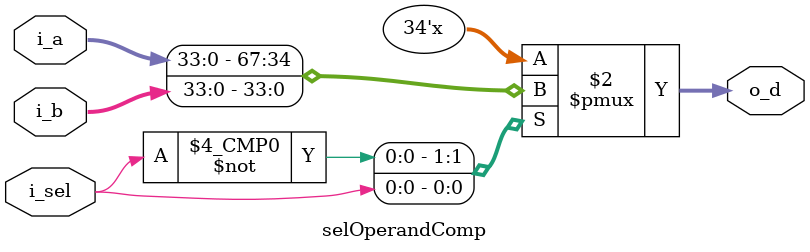
<source format=sv>
`timescale 1ns/1ps
module selOperandComp(
    input logic i_sel,
    input logic [33:0] i_a,
    input logic [33:0] i_b,
    output logic [33:0] o_d
);
always @(*) begin
    case (i_sel)
        1'b0: o_d = i_a;
        1'b1: o_d = i_b; 
    endcase
end
endmodule

</source>
